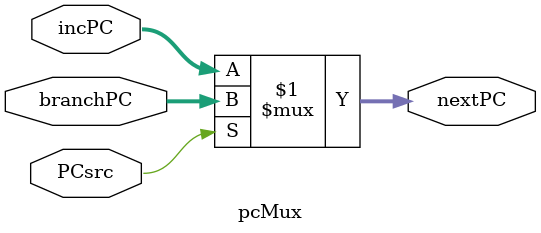
<source format=sv>
module pcMux #(
    parameter ADDR_WIDTH = 32
) (
    input   logic [ADDR_WIDTH-1:0]  branchPC,
    input   logic [ADDR_WIDTH-1:0]  incPC,
    input   logic                   PCsrc,
    output  logic [ADDR_WIDTH-1:0]  nextPC
);
    assign nextPC = PCsrc ? branchPC : incPC;
    
endmodule

</source>
